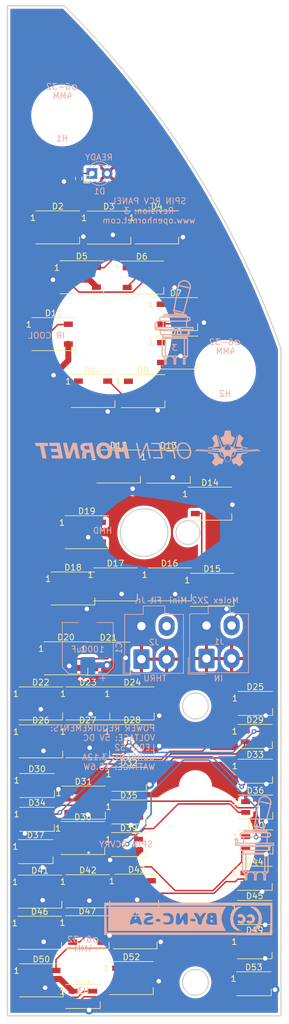
<source format=kicad_pcb>
(kicad_pcb (version 20211014) (generator pcbnew)
  (title_block (title "SPIN RCV PANEL") (date "2023-04-01") (rev "3"))
  (layers (0 "F.Cu" signal) (31 "B.Cu" signal) (34 "B.Paste" user) (35 "F.Paste" user) (36 "B.SilkS" user "B.Silkscreen") (37 "F.SilkS" user "F.Silkscreen") (38 "B.Mask" user) (39 "F.Mask" user) (44 "Edge.Cuts" user))
  (net 0 "")
  (net 1 "/LEDGND")
  (net 2 "/LED+5V")
  (net 3 "Net-(D1-Pad1)")
  (net 4 "Net-(D2-Pad2)")
  (net 5 "/DATAIN")
  (net 6 "Net-(D3-Pad2)")
  (net 7 "Net-(D4-Pad2)")
  (net 8 "Net-(D5-Pad2)")
  (net 9 "Net-(D6-Pad2)")
  (net 10 "Net-(D7-Pad2)")
  (net 11 "Net-(D8-Pad2)")
  (net 12 "Net-(D10-Pad4)")
  (net 13 "Net-(D10-Pad2)")
  (net 14 "Net-(D11-Pad2)")
  (net 15 "Net-(D12-Pad2)")
  (net 16 "Net-(D14-Pad2)")
  (net 17 "Net-(D15-Pad2)")
  (net 18 "Net-(D16-Pad2)")
  (net 19 "Net-(D17-Pad2)")
  (net 20 "Net-(D18-Pad2)")
  (net 21 "Net-(D19-Pad2)")
  (net 22 "Net-(D20-Pad2)")
  (net 23 "Net-(D21-Pad2)")
  (net 24 "Net-(D22-Pad2)")
  (net 25 "Net-(D23-Pad2)")
  (net 26 "Net-(D24-Pad2)")
  (net 27 "Net-(D26-Pad2)")
  (net 28 "Net-(D27-Pad2)")
  (net 29 "Net-(D28-Pad2)")
  (net 30 "Net-(D29-Pad2)")
  (net 31 "Net-(D30-Pad2)")
  (net 32 "Net-(D31-Pad2)")
  (net 33 "Net-(D32-Pad2)")
  (net 34 "Net-(D33-Pad2)")
  (net 35 "Net-(D34-Pad2)")
  (net 36 "Net-(D35-Pad2)")
  (net 37 "Net-(D36-Pad2)")
  (net 38 "/DATAOUT")
  (net 39 "Net-(D38-Pad2)")
  (net 40 "Net-(D39-Pad2)")
  (net 41 "Net-(D40-Pad2)")
  (net 42 "Net-(D41-Pad2)")
  (net 43 "Net-(D42-Pad2)")
  (net 44 "Net-(D43-Pad2)")
  (net 45 "Net-(D44-Pad2)")
  (net 46 "Net-(D45-Pad2)")
  (net 47 "Net-(D46-Pad2)")
  (net 48 "Net-(D47-Pad2)")
  (net 49 "Net-(D48-Pad2)")
  (net 50 "Net-(D50-Pad2)")
  (net 51 "Net-(D51-Pad2)")
  (net 52 "Net-(D52-Pad2)")
  (net 53 "Net-(D53-Pad2)")
  (net 54 "Net-(D13-Pad2)")
  (net 55 "Net-(D25-Pad2)")
  (net 56 "Net-(D37-Pad2)")
  (net 57 "Net-(D49-Pad2)")
  (footprint "OH_Footprints:LED_WS2812B_PLCC4_5.0x5.0mm_P3.2mm" (layer "F.Cu") (at 107.773537 57.981968)
    (fp_text reference "D2")
    (fp_text value "WS2812B")
  )
  (footprint "OH_Footprints:LED_WS2812B_PLCC4_5.0x5.0mm_P3.2mm" (layer "F.Cu") (at 116.333537 58.007768)
    (fp_text reference "D3")
    (fp_text value "WS2812B")
  )
  (footprint "OH_Footprints:LED_WS2812B_PLCC4_5.0x5.0mm_P3.2mm" (layer "F.Cu") (at 124.311537 57.982368)
    (fp_text reference "D4")
    (fp_text value "WS2812B")
  )
  (footprint "OH_Footprints:LED_WS2812B_PLCC4_5.0x5.0mm_P3.2mm" (layer "F.Cu") (at 111.788537 66.287768)
    (fp_text reference "D5")
    (fp_text value "WS2812B")
  )
  (footprint "OH_Footprints:LED_WS2812B_PLCC4_5.0x5.0mm_P3.2mm" (layer "F.Cu") (at 121.821537 66.338968)
    (fp_text reference "D6")
    (fp_text value "WS2812B")
  )
  (footprint "OH_Footprints:LED_WS2812B_PLCC4_5.0x5.0mm_P3.2mm" (layer "F.Cu") (at 127.497537 72.434768)
    (fp_text reference "D7")
    (fp_text value "WS2812B")
  )
  (footprint "OH_Footprints:LED_WS2812B_PLCC4_5.0x5.0mm_P3.2mm" (layer "F.Cu") (at 127.560537 78.835768)
    (fp_text reference "D8")
    (fp_text value "WS2812B")
  )
  (footprint "OH_Footprints:LED_WS2812B_PLCC4_5.0x5.0mm_P3.2mm" (layer "F.Cu") (at 122.025537 85.261968)
    (fp_text reference "D9")
    (fp_text value "WS2812B")
  )
  (footprint "OH_Footprints:LED_WS2812B_PLCC4_5.0x5.0mm_P3.2mm" (layer "F.Cu") (at 113.666537 85.236168)
    (fp_text reference "D10")
    (fp_text value "WS2812B")
  )
  (footprint "OH_Footprints:LED_WS2812B_PLCC4_5.0x5.0mm_P3.2mm" (layer "F.Cu") (at 107.089537 75.761968)
    (fp_text reference "D11")
    (fp_text value "WS2812B")
  )
  (footprint "OH_Footprints:LED_WS2812B_PLCC4_5.0x5.0mm_P3.2mm" (layer "F.Cu") (at 117.935537 97.809168)
    (fp_text reference "D12")
    (fp_text value "WS2812B")
  )
  (footprint "OH_Footprints:LED_WS2812B_PLCC4_5.0x5.0mm_P3.2mm" (layer "F.Cu") (at 126.266537 97.834568)
    (fp_text reference "D13")
    (fp_text value "WS2812B")
  )
  (footprint "OH_Footprints:LED_WS2812B_PLCC4_5.0x5.0mm_P3.2mm" (layer "F.Cu") (at 133.201537 104.006768)
    (fp_text reference "D14")
    (fp_text value "WS2812B")
  )
  (footprint "OH_Footprints:LED_WS2812B_PLCC4_5.0x5.0mm_P3.2mm" (layer "F.Cu") (at 133.556537 118.357768)
    (fp_text reference "D15")
    (fp_text value "WS2812B")
  )
  (footprint "OH_Footprints:LED_WS2812B_PLCC4_5.0x5.0mm_P3.2mm" (layer "F.Cu") (at 126.452537 117.452168)
    (fp_text reference "D16")
    (fp_text value "WS2812B")
  )
  (footprint "OH_Footprints:LED_WS2812B_PLCC4_5.0x5.0mm_P3.2mm" (layer "F.Cu") (at 117.412537 117.452168)
    (fp_text reference "D17")
    (fp_text value "WS2812B")
  )
  (footprint "OH_Footprints:LED_WS2812B_PLCC4_5.0x5.0mm_P3.2mm" (layer "F.Cu") (at 110.315537 118.129168)
    (fp_text reference "D18")
    (fp_text value "WS2812B")
  )
  (footprint "OH_Footprints:LED_WS2812B_PLCC4_5.0x5.0mm_P3.2mm" (layer "F.Cu") (at 112.624537 108.756568)
    (fp_text reference "D19")
    (fp_text value "WS2812B")
  )
  (footprint "OH_Footprints:LED_WS2812B_PLCC4_5.0x5.0mm_P3.2mm" (layer "F.Cu") (at 109.147537 129.762168)
    (fp_text reference "D20")
    (fp_text value "WS2812B")
  )
  (footprint "OH_Footprints:LED_WS2812B_PLCC4_5.0x5.0mm_P3.2mm" (layer "F.Cu") (at 116.233537 129.813168)
    (fp_text reference "D21")
    (fp_text value "WS2812B")
  )
  (footprint "OH_Footprints:LED_WS2812B_PLCC4_5.0x5.0mm_P3.2mm" (layer "F.Cu") (at 104.930537 137.281168)
    (fp_text reference "D22")
    (fp_text value "WS2812B")
  )
  (footprint "OH_Footprints:LED_WS2812B_PLCC4_5.0x5.0mm_P3.2mm" (layer "F.Cu") (at 112.816537 137.281168)
    (fp_text reference "D23")
    (fp_text value "WS2812B")
  )
  (footprint "OH_Footprints:LED_WS2812B_PLCC4_5.0x5.0mm_P3.2mm" (layer "F.Cu") (at 120.221537 137.281168)
    (fp_text reference "D24")
    (fp_text value "WS2812B")
  )
  (footprint "OH_Footprints:LED_WS2812B-MINI_PLCC4_3.5x3.5mm_P1.75mm" (layer "F.Cu") (at 140.772537 137.277168)
    (fp_text reference "D25")
    (fp_text value "WS2812B")
  )
  (footprint "OH_Footprints:LED_WS2812B_PLCC4_5.0x5.0mm_P3.2mm" (layer "F.Cu") (at 104.956537 143.605168)
    (fp_text reference "D26")
    (fp_text value "WS2812B")
  )
  (footprint "OH_Footprints:LED_WS2812B_PLCC4_5.0x5.0mm_P3.2mm" (layer "F.Cu") (at 112.779537 143.580168)
    (fp_text reference "D27")
    (fp_text value "WS2812B")
  )
  (footprint "OH_Footprints:LED_WS2812B_PLCC4_5.0x5.0mm_P3.2mm" (layer "F.Cu") (at 120.196537 143.555168)
    (fp_text reference "D28")
    (fp_text value "WS2812B")
  )
  (footprint "OH_Footprints:LED_WS2812B-MINI_PLCC4_3.5x3.5mm_P1.75mm" (layer "F.Cu") (at 140.728537 142.779168)
    (fp_text reference "D29")
    (fp_text value "WS2812B")
  )
  (footprint "OH_Footprints:LED_WS2812B-MINI_PLCC4_3.5x3.5mm_P1.75mm" (layer "F.Cu") (at 104.310537 150.957168)
    (fp_text reference "D30")
    (fp_text value "WS2812B")
  )
  (footprint "OH_Footprints:LED_WS2812B_PLCC4_5.0x5.0mm_P3.2mm" (layer "F.Cu") (at 112.072537 153.802168)
    (fp_text reference "D31")
    (fp_text value "WS2812B")
  )
  (footprint "OH_Footprints:LED_WS2812B-MINI_PLCC4_3.5x3.5mm_P1.75mm" (layer "F.Cu") (at 119.677537 149.916168)
    (fp_text reference "D32")
    (fp_text value "WS2812B")
  )
  (footprint "OH_Footprints:LED_WS2812B-MINI_PLCC4_3.5x3.5mm_P1.75mm" (layer "F.Cu") (at 140.759537 148.570168)
    (fp_text reference "D33")
    (fp_text value "WS2812B")
  )
  (footprint "OH_Footprints:LED_WS2812B-MINI_PLCC4_3.5x3.5mm_P1.75mm" (layer "F.Cu") (at 104.295537 156.585168)
    (fp_text reference "D34")
    (fp_text value "WS2812B")
  )
  (footprint "OH_Footprints:LED_WS2812B-MINI_PLCC4_3.5x3.5mm_P1.75mm" (layer "F.Cu") (at 119.651537 155.352168)
    (fp_text reference "D35")
    (fp_text value "WS2812B")
  )
  (footprint "OH_Footprints:LED_WS2812B-MINI_PLCC4_3.5x3.5mm_P1.75mm" (layer "F.Cu") (at 140.809537 154.539168)
    (fp_text reference "D36")
    (fp_text value "WS2812B")
  )
  (footprint "OH_Footprints:LED_WS2812B-MINI_PLCC4_3.5x3.5mm_P1.75mm" (layer "F.Cu") (at 104.090537 161.969168)
    (fp_text reference "D37")
    (fp_text value "WS2812B")
  )
  (footprint "OH_Footprints:R_0603_1608Metric" (layer "F.Cu") (at 111.267537 49.828768 -90)
    (fp_text reference "R1")
    (fp_text value "R")
  )
  (footprint "OH_Footprints:LED_WS2812B_PLCC4_5.0x5.0mm_P3.2mm" (layer "F.Cu") (at 111.972537 159.702168)
    (fp_text reference "D38")
    (fp_text value "WS2812B")
  )
  (footprint "OH_Footprints:LED_WS2812B-MINI_PLCC4_3.5x3.5mm_P1.75mm" (layer "F.Cu") (at 119.626537 160.787168)
    (fp_text reference "D39")
    (fp_text value "WS2812B")
  )
  (footprint "OH_Footprints:LED_WS2812B-MINI_PLCC4_3.5x3.5mm_P1.75mm" (layer "F.Cu") (at 140.832537 160.344168)
    (fp_text reference "D40")
    (fp_text value "WS2812B")
  )
  (footprint "OH_Footprints:LED_WS2812B_PLCC4_5.0x5.0mm_P3.2mm" (layer "F.Cu") (at 104.803537 168.624168)
    (fp_text reference "D41")
    (fp_text value "WS2812B")
  )
  (footprint "OH_Footprints:LED_WS2812B_PLCC4_5.0x5.0mm_P3.2mm" (layer "F.Cu") (at 112.802537 168.573168)
    (fp_text reference "D42")
    (fp_text value "WS2812B")
  )
  (footprint "OH_Footprints:LED_WS2812B_PLCC4_5.0x5.0mm_P3.2mm" (layer "F.Cu") (at 120.969537 168.472168)
    (fp_text reference "D43")
    (fp_text value "WS2812B")
  )
  (footprint "OH_Footprints:LED_WS2812B-MINI_PLCC4_3.5x3.5mm_P1.75mm" (layer "F.Cu") (at 140.694537 166.414168)
    (fp_text reference "D44")
    (fp_text value "WS2812B")
  )
  (footprint "OH_Footprints:LED_WS2812B-MINI_PLCC4_3.5x3.5mm_P1.75mm" (layer "F.Cu") (at 140.680537 172.104168)
    (fp_text reference "D45")
    (fp_text value "WS2812B")
  )
  (footprint "OH_Footprints:LED_WS2812B_PLCC4_5.0x5.0mm_P3.2mm" (layer "F.Cu") (at 104.750537 175.483168)
    (fp_text reference "D46")
    (fp_text value "WS2812B")
  )
  (footprint "OH_Footprints:LED_WS2812B_PLCC4_5.0x5.0mm_P3.2mm" (layer "F.Cu") (at 112.703537 175.406168)
    (fp_text reference "D47")
    (fp_text value "WS2812B")
  )
  (footprint "OH_Footprints:LED_WS2812B_PLCC4_5.0x5.0mm_P3.2mm" (layer "F.Cu") (at 120.704537 175.406168)
    (fp_text reference "D48")
    (fp_text value "WS2812B")
  )
  (footprint "OH_Footprints:LED_WS2812B-MINI_PLCC4_3.5x3.5mm_P1.75mm" (layer "F.Cu") (at 140.668537 177.819168)
    (fp_text reference "D49")
    (fp_text value "WS2812B")
  )
  (footprint "OH_Footprints:LED_WS2812B_PLCC4_5.0x5.0mm_P3.2mm" (layer "F.Cu") (at 105.030537 183.407168)
    (fp_text reference "D50")
    (fp_text value "WS2812B")
  )
  (footprint "OH_Footprints:LED_WS2812B-MINI_PLCC4_3.5x3.5mm_P1.75mm" (layer "F.Cu") (at 111.966537 186.099168)
    (fp_text reference "D51")
    (fp_text value "WS2812B")
  )
  (footprint "OH_Footprints:LED_WS2812B_PLCC4_5.0x5.0mm_P3.2mm" (layer "F.Cu") (at 120.069537 183.026168)
    (fp_text reference "D52")
    (fp_text value "WS2812B")
  )
  (footprint "OH_Footprints:LED_WS2812B-MINI_PLCC4_3.5x3.5mm_P1.75mm" (layer "F.Cu") (at 140.530537 183.977168)
    (fp_text reference "D53")
    (fp_text value "WS2812B")
  )
  (footprint "OH_Footprints:100SpxToggle" (layer "F.Cu") (at 127.853537 75.152568)
    (fp_text reference "G1" hide)
    (fp_text value "LOGO" hide)
  )
  (footprint "OH_Footprints:100SPX_Toggle_13mm_x_18mm" (layer "F.Cu") (at 130.77616 160.717259 180)
    (fp_text reference "REF**" hide)
    (fp_text value "100SPX_Toggle_13mm_x_18mm" hide)
  )
  (footprint "OH_Footprints:100SPX_Toggle_13mm_x_18mm" (layer "F.Cu") (at 116.80616 75.787104 180)
    (fp_text reference "REF**" hide)
    (fp_text value "100SPX_Toggle_13mm_x_18mm" hide)
  )
  (footprint "OH_Footprints:OH_Panel_6-32_PHS" (layer "F.Cu") (at 108.48766 39.338104)
    (fp_text reference "REF**" hide)
    (fp_text value "OH_Panel_Fastner_Keepout" hide)
  )
  (footprint "OH_Footprints:OH_Panel_6-32_PHS" (layer "F.Cu") (at 135.72916 81.883104)
    (fp_text reference "REF**" hide)
    (fp_text value "OH_Panel_Fastner_Keepout" hide)
  )
  (footprint "OH_Footprints:OH_Panel_6-32_PHS" (layer "F.Cu") (at 112.04366 181.387604)
    (fp_text reference "REF**" hide)
    (fp_text value "OH_Panel_Fastner_Keepout" hide)
  )
  (footprint "OH_Footprints:100SP1_Toggle_Silkscreen" (layer "F.Cu") (at 141.297537 161.077168)
    (fp_text reference "G***" hide)
    (fp_text value "100SP1 Toggle" hide)
  )
  (footprint "OH_Footprints:CP_Elec_8x10" (layer "B.Cu") (at 112.791537 128.061168 90)
    (fp_text reference "C1")
    (fp_text value "C_Polarized")
  )
  (footprint "OH_Footprints:LED_D3.0mm" (layer "B.Cu") (at 113.476537 49.002168)
    (fp_text reference "D1")
    (fp_text value "LED")
  )
  (footprint "OH_Footprints:Molex_Mini-Fit_Jr_5566-04A_2x02_P4.20mm_Vertical" (layer "B.Cu") (at 132.622537 129.802168)
    (fp_text reference "J1")
    (fp_text value "Conn_01x04_Female")
  )
  (footprint "OH_Footprints:Molex_Mini-Fit_Jr_5566-04A_2x02_P4.20mm_Vertical" (layer "B.Cu") (at 121.757537 129.902168)
    (fp_text reference "J2")
    (fp_text value "Conn_01x04_Female")
  )
  (footprint "OH_Footprints:CC-BY-NC-SA-Small" (layer "B.Cu") (at 129.672537 173.152168 180)
    (fp_text reference "G***" hide)
    (fp_text value "LOGO" hide)
  )
  (footprint "OH_Footprints:OH_LOGO_37.7mm_5.9mm" (layer "B.Cu") (at 122.822537 94.802168 180)
    (fp_text reference "G***" hide)
    (fp_text value "LOGO" hide)
  )
  (gr_circle (center 122.20366 108.807104) (end 126.17241 108.807104) (layer "Edge.Cuts") (width 0.2) (fill none))
  (gr_arc (start 108.86866 21.050104) (mid 130.177183 47.591457) (end 145.06366 78.200105) (layer "Edge.Cuts") (width 0.2))
  (gr_line (start 99.34366 21.050104) (end 99.34366 189.325104) (layer "Edge.Cuts") (width 0.2))
  (gr_circle (center 129.504777 108.807104) (end 131.489152 108.807104) (layer "Edge.Cuts") (width 0.2) (fill none))
  (gr_circle (center 130.77616 183.742358) (end 132.92881 183.742358) (layer "Edge.Cuts") (width 0.2) (fill none))
  (gr_line (start 108.86866 21.050104) (end 99.34366 21.050104) (layer "Edge.Cuts") (width 0.2))
  (gr_circle (center 130.77616 137.717559) (end 132.92881 137.717559) (layer "Edge.Cuts") (width 0.2) (fill none))
  (gr_line (start 99.34366 189.325104) (end 145.06366 189.325104) (layer "Edge.Cuts") (width 0.2))
  (gr_line (start 145.06366 189.325104) (end 145.06366 78.200104) (layer "Edge.Cuts") (width 0.2))
  (gr_text "3" (at 127.294537 78.022768) (layer "B.SilkS") (effects (font (size 1 1)) (justify mirror)))
  (gr_text "HMD" (at 115.254937 108.477368) (layer "B.SilkS") (effects (font (size 1 1)) (justify mirror)))
  (gr_text "THRU" (at 124.022537 133.102168) (layer "B.SilkS") (effects (font (size 1 1)) (justify mirror)))
  (gr_text "READY" (at 114.645337 46.302168) (layer "B.SilkS") (effects (font (size 1 1)) (justify mirror)))
  (gr_text "SPIN RCVRY" (at 119.166537 160.750568) (layer "B.SilkS") (effects (font (size 1 1)) (justify mirror)))
  (gr_text "POWER REQUIREMENTS:\nVOLTAGE: 5V DC\nLEDS: 52\nCURRENT: 3.12A\nWATTAGE: 15.6W" (at 124.144937 144.621568) (layer "B.SilkS") (effects (font (size 1 1)) (justify left mirror)))
  (gr_text "Molex 2X2 Mini-Fit Jr." (at 129.322537 120.102168) (layer "B.SilkS") (effects (font (size 1 1)) (justify mirror)))
  (gr_text "1000uF" (at 112.791137 128.263968) (layer "B.SilkS") (effects (font (size 1 1)) (justify mirror)))
  (gr_text "IN" (at 134.622537 133.102168) (layer "B.SilkS") (effects (font (size 1 1)) (justify mirror)))
  (gr_text "SPIN RCV PANEL\nRevision: 3\nwww.openhornet.com" (at 123.001937 55.202168) (layer "B.SilkS") (effects (font (size 1 1)) (justify mirror)))
  (gr_text "IR COOL" (at 105.907737 75.990768) (layer "B.SilkS") (effects (font (size 1 1)) (justify mirror)))
  (segment (start 142.559537 156.965168) (end 142.559537 156.965168) (width 1) (layer "F.Cu") (net 1))
  (segment (start 142.622537 150.702168) (end 142.509537 150.589168) (width 1) (layer "F.Cu") (net 1))
  (segment (start 142.622537 144.902168) (end 142.478537 144.758168) (width 1) (layer "F.Cu") (net 1))
  (segment (start 142.522537 139.302168) (end 142.522537 139.302168) (width 1) (layer "F.Cu") (net 1))
  (segment (start 102.272537 158.952168) (end 102.272537 158.952168) (width 1) (layer "F.Cu") (net 1))
  (segment (start 112.922537 162.133906) (end 112.922537 162.133906) (width 1) (layer "F.Cu") (net 1))
  (segment (start 141.922537 168.652168) (end 141.922537 168.652168) (width 1) (layer "F.Cu") (net 1))
  (segment (start 142.422537 174.152168) (end 142.430537 174.144168) (width 1) (layer "F.Cu") (net 1))
  (segment (start 142.418537 179.748168) (end 142.418537 179.748168) (width 1) (layer "F.Cu") (net 1))
  (segment (start 142.582537 162.392168) (end 142.582537 162.492168) (width 1) (layer "F.Cu") (net 1))
  (segment (start 123.111537 150.791168) (end 123.111537 150.791168) (width 1) (layer "F.Cu") (net 1))
  (segment (start 116.122537 88.652168) (end 116.116537 88.646168) (width 1) (layer "F.Cu") (net 1))
  (segment (start 124.472537 88.452168) (end 124.475537 88.449168) (width 1) (layer "F.Cu") (net 1))
  (segment (start 116.522537 163.352168) (end 116.522537 163.352168) (width 1) (layer "F.Cu") (net 1))
  (segment (start 119.997537 157.527168) (end 119.872537 157.652168) (width 1) (layer "F.Cu") (net 1))
  (segment (start 127.272537 68.002168) (end 127.209337 67.938968) (width 1) (layer "F.Cu") (net 1))
  (segment (start 107.072537 82.602168) (end 107.072537 82.602168) (width 1) (layer "F.Cu") (net 1))
  (segment (start 106.972537 66.702168) (end 106.986938 66.687767) (width 1) (layer "F.Cu") (net 1))
  (segment (start 128.272537 79.402168) (end 128.322537 79.402168) (width 1) (layer "F.Cu") (net 1))
  (segment (start 116.422537 175.952168) (end 116.422537 175.952168) (width 1) (layer "F.Cu") (net 1))
  (segment (start 104.942537 138.246168) (end 104.942537 138.246168) (width 0.75) (layer "F.Cu") (net 1))
  (segment (start 118.442537 119.052168) (end 118.442537 119.052168) (width 1) (layer "F.Cu") (net 1))
  (segment (start 127.382537 119.072168) (end 127.402537 119.052168) (width 1) (layer "F.Cu") (net 1))
  (segment (start 113.650437 139.046968) (end 113.816237 138.881168) (width 1) (layer "F.Cu") (net 1))
  (segment (start 107.380537 138.881168) (end 107.101537 138.881168) (width 0.75) (layer "F.Cu") (net 1))
  (segment (start 142.418537 178.694168) (end 142.418537 179.748168) (width 1) (layer "F.Cu") (net 1))
  (segment (start 143.895737 184.967068) (end 143.780837 184.852168) (width 1) (layer "F.Cu") (net 1))
  (segment (start 113.754275 161.302168) (end 112.922537 162.133906) (width 1) (layer "F.Cu") (net 1))
  (segment (start 115.252537 170.173168) (end 113.802237 170.173168) (width 1) (layer "F.Cu") (net 1))
  (segment (start 142.559537 155.414168) (end 142.559537 156.965168) (width 1) (layer "F.Cu") (net 1))
  (segment (start 113.008637 188.357168) (end 113.008637 187.682068) (width 1) (layer "F.Cu") (net 1))
  (segment (start 113.753437 170.124368) (end 113.802237 170.173168) (width 1) (layer "F.Cu") (net 1))
  (segment (start 119.872537 163.352168) (end 116.522537 163.352168) (width 1) (layer "F.Cu") (net 1))
  (segment (start 109.539537 80.135168) (end 107.072537 82.602168) (width 1) (layer "F.Cu") (net 1))
  (segment (start 114.422537 161.302168) (end 113.754275 161.302168) (width 1) (layer "F.Cu") (net 1))
  (segment (start 142.582537 161.219168) (end 142.582537 162.392168) (width 1) (layer "F.Cu") (net 1))
  (segment (start 142.444537 168.130168) (end 141.922537 168.652168) (width 1) (layer "F.Cu") (net 1))
  (segment (start 142.280537 184.852168) (end 143.780837 184.852168) (width 1) (layer "F.Cu") (net 1))
  (segment (start 105.426937 176.988268) (end 105.521837 177.083168) (width 1) (layer "F.Cu") (net 1))
  (segment (start 122.519537 184.626168) (end 123.571837 184.626168) (width 1) (layer "F.Cu") (net 1))
  (segment (start 130.010537 80.435768) (end 129.356137 80.435768) (width 1) (layer "F.Cu") (net 1))
  (segment (start 105.030539 157.460168) (end 103.538539 158.952168) (width 1) (layer "F.Cu") (net 1))
  (segment (start 108.810337 50.332568) (end 110.983837 50.332568) (width 1) (layer "F.Cu") (net 1))
  (segment (start 113.263737 144.664668) (end 113.779237 145.180168) (width 1) (layer "F.Cu") (net 1))
  (segment (start 116.984137 59.218968) (end 117.333237 59.568068) (width 1) (layer "F.Cu") (net 1))
  (segment (start 124.726037 139.316468) (end 124.557137 139.316468) (width 1) (layer "F.Cu") (net 1))
  (segment (start 107.406537 145.205168) (end 105.956237 145.205168) (width 1) (layer "F.Cu") (net 1))
  (segment (start 105.577537 138.881168) (end 104.942537 138.246168) (width 0.75) (layer "F.Cu") (net 1))
  (segment (start 105.521837 177.083168) (end 107.200537 177.083168) (width 1) (layer "F.Cu") (net 1))
  (segment (start 135.966737 121.554968) (end 136.006537 121.515168) (width 1) (layer "F.Cu") (net 1))
  (segment (start 105.935037 145.183968) (end 105.956237 145.205168) (width 1) (layer "F.Cu") (net 1))
  (segment (start 111.597537 131.362168) (end 110.147237 131.362168) (width 1) (layer "F.Cu") (net 1))
  (segment (start 128.902537 119.052168) (end 127.382537 119.072168) (width 1) (layer "F.Cu") (net 1))
  (segment (start 142.430537 172.979168) (end 142.422537 174.152168) (width 1) (layer "F.Cu") (net 1))
  (segment (start 115.153537 177.006168) (end 115.368537 177.006168) (width 1) (layer "F.Cu") (net 1))
  (segment (start 105.249337 170.055268) (end 105.634337 170.055268) (width 1) (layer "F.Cu") (net 1))
  (segment (start 121.028537 169.979268) (end 121.876337 169.979268) (width 1) (layer "F.Cu") (net 1))
  (segment (start 121.401537 156.227168) (end 121.297537 156.227168) (width 1) (layer "F.Cu") (net 1))
  (segment (start 119.862537 119.052168) (end 118.442537 119.052168) (width 1) (layer "F.Cu") (net 1))
  (segment (start 116.116537 86.836168) (end 116.122537 88.652168) (width 1) (layer "F.Cu") (net 1))
  (segment (start 106.044437 185.007168) (end 105.668337 184.631068) (width 1) (layer "F.Cu") (net 1))
  (segment (start 121.876337 169.979268) (end 121.969237 170.072168) (width 1) (layer "F.Cu") (net 1))
  (segment (start 112.053537 59.519368) (end 111.736437 59.519368) (width 1) (layer "F.Cu") (net 1))
  (segment (start 128.716537 99.434568) (end 127.266237 99.434568) (width 1) (layer "F.Cu") (net 1))
  (segment (start 142.444537 167.289168) (end 142.444537 168.130168) (width 1) (layer "F.Cu") (net 1))
  (segment (start 105.840537 163.996268) (end 105.243937 164.592868) (width 1) (layer "F.Cu") (net 1))
  (segment (start 144.067037 184.967068) (end 143.895737 184.967068) (width 1) (layer "F.Cu") (net 1))
  (segment (start 112.849737 109.584968) (end 112.852637 109.584968) (width 1) (layer "F.Cu") (net 1))
  (segment (start 105.634337 170.055268) (end 105.803237 170.224168) (width 1) (layer "F.Cu") (net 1))
  (segment (start 110.223537 59.581968) (end 111.673837 59.581968) (width 1) (layer "F.Cu") (net 1))
  (segment (start 113.008637 187.682068) (end 113.716537 186.974168) (width 1) (layer "F.Cu") (net 1))
  (segment (start 124.967537 177.003768) (end 124.607237 177.003768) (width 1) (layer "F.Cu") (net 1))
  (segment (start 124.607237 177.003768) (end 124.604837 177.006168) (width 1) (layer "F.Cu") (net 1))
  (segment (start 110.983837 50.332568) (end 111.267537 50.616268) (width 1) (layer "F.Cu") (net 1))
  (segment (start 121.562537 161.662168) (end 119.872537 163.352168) (width 1) (layer "F.Cu") (net 1))
  (segment (start 113.038536 66.687767) (end 107.908136 66.687767) (width 1) (layer "F.Cu") (net 1))
  (segment (start 120.385537 99.409168) (end 120.385537 101.413068) (width 1) (layer "F.Cu") (net 1))
  (segment (start 124.271537 67.938968) (end 127.272537 68.002168) (width 1) (layer "F.Cu") (net 1))
  (segment (start 106.060537 151.832168) (end 107.560837 151.832168) (width 1) (layer "F.Cu") (net 1))
  (segment (start 137.101837 104.312668) (end 137.101837 105.606768) (width 1) (layer "F.Cu") (net 1))
  (segment (start 106.045537 157.460168) (end 105.030539 157.460168) (width 1) (layer "F.Cu") (net 1))
  (segment (start 113.259937 139.046968) (end 113.650437 139.046968) (width 1) (layer "F.Cu") (net 1))
  (segment (start 107.480537 185.007168) (end 106.044437 185.007168) (width 1) (layer "F.Cu") (net 1))
  (segment (start 103.538539 158.952168) (end 102.272537 158.952168) (width 1) (layer "F.Cu") (net 1))
  (segment (start 121.376537 161.662168) (end 121.562537 161.662168) (width 1) (layer "F.Cu") (net 1))
  (segment (start 115.368537 177.006168) (end 116.422537 175.952168) (width 1) (layer "F.Cu") (net 1))
  (segment (start 123.419537 170.072168) (end 121.969237 170.072168) (width 1) (layer "F.Cu") (net 1))
  (segment (start 118.783537 59.607768) (end 117.333237 59.607768) (width 1) (layer "F.Cu") (net 1))
  (segment (start 119.121037 129.683368) (end 119.121037 130.975668) (width 1) (layer "F.Cu") (net 1))
  (segment (start 135.651537 105.606768) (end 137.101837 105.606768) (width 1) (layer "F.Cu") (net 1))
  (segment (start 109.818837 131.033768) (end 110.147237 131.362168) (width 1) (layer "F.Cu") (net 1))
  (segment (start 126.761537 59.582368) (end 128.211837 59.582368) (width 1) (layer "F.Cu") (net 1))
  (segment (start 129.356137 80.435768) (end 128.272537 79.402168) (width 1) (layer "F.Cu") (net 1))
  (segment (start 136.006537 121.515168) (end 136.006537 119.957768) (width 1) (layer "F.Cu") (net 1))
  (segment (start 111.736437 59.519368) (end 111.673837 59.581968) (width 1) (layer "F.Cu") (net 1))
  (segment (start 112.637037 119.857668) (end 112.765537 119.729168) (width 1) (layer "F.Cu") (net 1))
  (segment (start 107.884737 151.573268) (end 107.819737 151.573268) (width 1) (layer "F.Cu") (net 1))
  (segment (start 123.571837 184.626168) (end 124.650037 183.547968) (width 1) (layer "F.Cu") (net 1))
  (segment (start 123.154537 177.006168) (end 124.604837 177.006168) (width 1) (layer "F.Cu") (net 1))
  (segment (start 128.684337 59.605068) (end 128.234537 59.605068) (width 1) (layer "F.Cu") (net 1))
  (segment (start 128.234537 59.605068) (end 128.211837 59.582368) (width 1) (layer "F.Cu") (net 1))
  (segment (start 107.253537 170.224168) (end 105.803237 170.224168) (width 1) (layer "F.Cu") (net 1))
  (segment (start 117.333237 59.568068) (end 117.333237 59.607768) (width 1) (layer "F.Cu") (net 1))
  (segment (start 124.475537 86.861968) (end 124.472537 88.452168) (width 1) (layer "F.Cu") (net 1))
  (segment (start 119.121037 130.975668) (end 118.683537 131.413168) (width 1) (layer "F.Cu") (net 1))
  (segment (start 105.384237 145.183968) (end 105.935037 145.183968) (width 1) (layer "F.Cu") (net 1))
  (segment (start 127.079137 99.621668) (end 127.266237 99.434568) (width 1) (layer "F.Cu") (net 1))
  (segment (start 142.478537 143.654168) (end 142.622537 144.902168) (width 1) (layer "F.Cu") (net 1))
  (segment (start 121.427537 150.791168) (end 123.111537 150.791168) (width 1) (layer "F.Cu") (net 1))
  (segment (start 112.852637 109.584968) (end 113.624237 110.356568) (width 1) (layer "F.Cu") (net 1))
  (segment (start 114.522537 155.402168) (end 113.165037 155.402168) (width 1) (layer "F.Cu") (net 1))
  (segment (start 112.637037 121.523268) (end 112.637037 119.857668) (width 1) (layer "F.Cu") (net 1))
  (segment (start 107.819737 151.573268) (end 107.560837 151.832168) (width 1) (layer "F.Cu") (net 1))
  (segment (start 115.229537 145.180168) (end 113.779237 145.180168) (width 1) (layer "F.Cu") (net 1))
  (segment (start 124.557137 139.316468) (end 124.121837 138.881168) (width 1) (layer "F.Cu") (net 1))
  (segment (start 115.074537 110.356568) (end 113.624237 110.356568) (width 1) (layer "F.Cu") (net 1))
  (segment (start 122.646537 145.155168) (end 123.925337 145.155168) (width 1) (layer "F.Cu") (net 1))
  (segment (start 113.098737 144.664668) (end 113.263737 144.664668) (width 1) (layer "F.Cu") (net 1))
  (segment (start 107.101537 138.881168) (end 106.974537 138.754168) (width 0.75) (layer "F.Cu") (net 1))
  (segment (start 136.956037 104.166868) (end 137.101837 104.312668) (width 1) (layer "F.Cu") (net 1))
  (segment (start 105.840537 162.844168) (end 105.840537 163.996268) (width 1) (layer "F.Cu") (net 1))
  (segment (start 142.522537 138.152168) (end 142.522537 139.302168) (width 1) (layer "F.Cu") (net 1))
  (segment (start 142.509537 149.445168) (end 142.622537 150.702168) (width 1) (layer "F.Cu") (net 1))
  (segment (start 114.238537 67.887768) (end 113.038536 66.687767) (width 1) (layer "F.Cu") (net 1))
  (segment (start 107.380537 138.881168) (end 105.577537 138.881168) (width 0.75) (layer "F.Cu") (net 1))
  (segment (start 113.049037 170.124368) (end 113.753437 170.124368) (width 1) (layer "F.Cu") (net 1))
  (segment (start 131.997137 74.034768) (end 132.190737 73.841168) (width 1) (layer "F.Cu") (net 1))
  (segment (start 109.539537 77.361968) (end 109.539537 80.135168) (width 1) (layer "F.Cu") (net 1))
  (segment (start 121.297537 156.227168) (end 119.997537 157.527168) (width 1) (layer "F.Cu") (net 1))
  (segment (start 113.165037 155.402168) (end 112.790037 155.777168) (width 1) (layer "F.Cu") (net 1))
  (segment (start 115.266537 138.881168) (end 113.816237 138.881168) (width 1) (layer "F.Cu") (net 1))
  (segment (start 122.671537 138.881168) (end 124.121837 138.881168) (width 1) (layer "F.Cu") (net 1))
  (segment (start 109.690937 131.033768) (end 109.818837 131.033768) (width 1) (layer "F.Cu") (net 1))
  (segment (start 126.998537 99.621668) (end 127.079137 99.621668) (width 1) (layer "F.Cu") (net 1))
  (segment (start 123.925337 145.155168) (end 124.713537 144.366968) (width 1) (layer "F.Cu") (net 1))
  (segment (start 120.385537 101.413068) (end 120.290437 101.508168) (width 1) (layer "F.Cu") (net 1))
  (segment (start 129.947537 74.034768) (end 131.997137 74.034768) (width 1) (layer "F.Cu") (net 1))
  (segment (start 107.908136 66.687767) (end 106.972537 66.702168) (width 1) (layer "F.Cu") (net 1))
  (via (at 142.622537 144.902168) (size 1.5) (drill 0.75) (layers "F.Cu" "B.Cu") (net 1))
  (via (at 124.650037 183.547968) (size 1.5) (drill 0.75) (layers "F.Cu" "B.Cu") (net 1))
  (via (at 113.098737 144.664668) (size 1.5) (drill 0.75) (layers "F.Cu" "B.Cu") (net 1))
  (via (at 124.967537 177.003768) (size 1.5) (drill 0.75) (layers "F.Cu" "B.Cu") (net 1))
  (via (at 142.522537 139.302168) (size 1.5) (drill 0.75) (layers "F.Cu" "B.Cu") (net 1))
  (via (at 144.067037 184.967068) (size 1.5) (drill 0.75) (layers "F.Cu" "B.Cu") (net 1))
  (via (at 112.637037 121.523268) (size 1.5) (drill 0.75) (layers "F.Cu" "B.Cu") (net 1))
  (via (at 128.272537 79.402168) (size 1.5) (drill 0.75) (layers "F.Cu" "B.Cu") (net 1))
  (via (at 118.442537 119.052168) (size 1.5) (drill 0.75) (layers "F.Cu" "B.Cu") (net 1))
  (via (at 135.966737 121.554968) (size 1.5) (drill 0.75) (layers "F.Cu" "B.Cu") (net 1))
  (via (at 141.922537 168.652168) (size 1.5) (drill 0.75) (layers "F.Cu" "B.Cu") (net 1))
  (via (at 124.472537 88.452168) (size 1.5) (drill 0.75) (layers "F.Cu" "B.Cu") (net 1))
  (via (at 123.111537 150.791168) (size 1.5) (drill 0.75) (layers "F.Cu" "B.Cu") (net 1))
  (via (at 136.956037 104.166868) (size 1.5) (drill 0.75) (layers "F.Cu" "B.Cu") (net 1))
  (via (at 105.426937 176.988268) (size 1.5) (drill 0.75) (layers "F.Cu" "B.Cu") (net 1))
  (via (at 112.922537 162.133906) (size 0.8) (drill 0.4) (layers "F.Cu" "B.Cu") (net 1))
  (via (at 116.122537 88.652168) (size 1.5) (drill 0.75) (layers "F.Cu" "B.Cu") (net 1))
  (via (at 128.684337 59.605068) (size 1.5) (drill 0.75) (layers "F.Cu" "B.Cu") (net 1))
  (via (at 119.997537 157.527168) (size 1.5) (drill 0.75) (layers "F.Cu" "B.Cu") (net 1))
  (via (at 106.972537 66.702168) (size 1.5) (drill 0.75) (layers "F.Cu" "B.Cu") (net 1))
  (via (at 126.998537 99.621668) (size 1.5) (drill 0.75) (layers "F.Cu" "B.Cu") (net 1))
  (via (at 112.053537 59.519368) (size 1.5) (drill 0.75) (layers "F.Cu" "B.Cu") (net 1))
  (via (at 107.072537 82.602168) (size 1.5) (drill 0.75) (layers "F.Cu" "B.Cu") (net 1))
  (via (at 120.290437 101.508168) (size 1.5) (drill 0.75) (layers "F.Cu" "B.Cu") (net 1))
  (via (at 142.418537 179.748168) (size 1.5) (drill 0.75) (layers "F.Cu" "B.Cu") (net 1))
  (via (at 112.790037 155.777168) (size 1.5) (drill 0.75) (layers "F.Cu" "B.Cu") (net 1))
  (via (at 108.810337 50.332568) (size 1.5) (drill 0.75) (layers "F.Cu" "B.Cu") (net 1))
  (via (at 127.272537 68.002168) (size 1.5) (drill 0.75) (layers "F.Cu" "B.Cu") (net 1))
  (via (at 107.884737 151.573268) (size 1.5) (drill 0.75) (layers "F.Cu" "B.Cu") (net 1))
  (via (at 105.384237 145.183968) (size 1.5) (drill 0.75) (layers "F.Cu" "B.Cu") (net 1))
  (via (at 121.028537 169.979268) (size 1.5) (drill 0.75) (layers "F.Cu" "B.Cu") (net 1))
  (via (at 142.582537 162.392168) (size 1.5) (drill 0.75) (layers "F.Cu" "B.Cu") (net 1))
  (via (at 105.668337 184.631068) (size 1.5) (drill 0.75) (layers "F.Cu" "B.Cu") (net 1))
  (via (at 113.008637 188.357168) (size 1.5) (drill 0.75) (layers "F.Cu" "B.Cu") (net 1))
  (via (at 119.121037 129.683368) (size 1.5) (drill 0.75) (layers "F.Cu" "B.Cu") (net 1))
  (via (at 112.849737 109.584968) (size 1.5) (drill 0.75) (layers "F.Cu" "B.Cu") (net 1))
  (via (at 105.249337 170.055268) (size 1.5) (drill 0.75) (layers "F.Cu" "B.Cu") (net 1))
  (via (at 142.622537 150.702168) (size 1.5) (drill 0.75) (layers "F.Cu" "B.Cu") (net 1))
  (via (at 132.190737 73.841168) (size 1.5) (drill 0.75) (layers "F.Cu" "B.Cu") (net 1))
  (via (at 113.049037 170.124368) (size 1.5) (drill 0.75) (layers "F.Cu" "B.Cu") (net 1))
  (via (at 113.259937 139.046968) (size 1.5) (drill 0.75) (layers "F.Cu" "B.Cu") (net 1))
  (via (at 116.984137 59.218968) (size 1.5) (drill 0.75) (layers "F.Cu" "B.Cu") (net 1))
  (via (at 142.422537 174.152168) (size 1.5) (drill 0.75) (layers "F.Cu" "B.Cu") (net 1))
  (via (at 109.690937 131.033768) (size 1.5) (drill 0.75) (layers "F.Cu" "B.Cu") (net 1))
  (via (at 124.713537 144.366968) (size 1.5) (drill 0.75) (layers "F.Cu" "B.Cu") (net 1))
  (via (at 124.726037 139.316468) (size 1.5) (drill 0.75) (layers "F.Cu" "B.Cu") (net 1))
  (via (at 116.422537 175.952168) (size 1.5) (drill 0.75) (layers "F.Cu" "B.Cu") (net 1))
  (via (at 142.559537 156.965168) (size 1.5) (drill 0.75) (layers "F.Cu" "B.Cu") (net 1))
  (via (at 104.942537 138.246168) (size 1.5) (drill 0.75) (layers "F.Cu" "B.Cu") (net 1))
  (via (at 105.243937 164.592868) (size 1.5) (drill 0.75) (layers "F.Cu" "B.Cu") (net 1))
  (via (at 116.522537 163.352168) (size 1.5) (drill 0.75) (layers "F.Cu" "B.Cu") (net 1))
  (via (at 127.382537 119.072168) (size 1.5) (drill 0.75) (layers "F.Cu" "B.Cu") (net 1))
  (via (at 102.272537 158.952168) (size 1.5) (drill 0.75) (layers "F.Cu" "B.Cu") (net 1))
  (segment (start 118.175537 154.477168) (end 120.182537 152.470168) (width 1) (layer "F.Cu") (net 2))
  (segment (start 121.861537 56.382368) (end 121.792337 56.382368) (width 1) (layer "F.Cu") (net 2))
  (segment (start 102.340537 161.094168) (end 103.100575 161.094168) (width 0.75) (layer "F.Cu") (net 2))
  (segment (start 107.375649 164.052158) (end 104.403639 167.024168) (width 0.25) (layer "F.Cu") (net 2))
  (segment (start 112.171025 164.052158) (end 107.375649 164.052158) (width 0.25) (layer "F.Cu") (net 2))
  (segment (start 110.216537 185.224168) (end 108.173436 183.181067) (width 1) (layer "F.Cu") (net 2))
  (segment (start 114.096014 162.127169) (end 112.171025 164.052158) (width 0.25) (layer "F.Cu") (net 2))
  (segment (start 109.089527 158.535178) (end 109.522537 158.102168) (width 0.75) (layer "F.Cu") (net 2))
  (segment (start 120.838647 179.736058) (end 135.414427 179.736058) (width 1) (layer "F.Cu") (net 2))
  (segment (start 103.954436 183.181067) (end 102.580537 181.807168) (width 1) (layer "F.Cu") (net 2))
  (segment (start 108.173436 183.181067) (end 103.954436 183.181067) (width 1) (layer "F.Cu") (net 2))
  (segment (start 135.414427 179.736058) (end 138.780537 183.102168) (width 1) (layer "F.Cu") (net 2))
  (segment (start 119.148537 181.426168) (end 120.838647 179.736058) (width 1) (layer "F.Cu") (net 2))
  (segment (start 105.659565 158.535178) (end 109.089527 158.535178) (width 0.75) (layer "F.Cu") (net 2))
  (segment (start 117.876537 159.912168) (end 115.661536 162.127169) (width 0.25) (layer "F.Cu") (net 2))
  (segment (start 117.901537 154.477168) (end 118.175537 154.477168) (width 1) (layer "F.Cu") (net 2))
  (segment (start 104.403639 167.024168) (end 102.353537 167.024168) (width 0.25) (layer "F.Cu") (net 2))
  (segment (start 103.100575 161.094168) (end 105.659565 158.535178) (width 0.75) (layer "F.Cu") (net 2))
  (segment (start 117.619537 181.426168) (end 119.148537 181.426168) (width 1) (layer "F.Cu") (net 2))
  (segment (start 115.661536 162.127169) (end 114.096014 162.127169) (width 0.25) (layer "F.Cu") (net 2))
  (via (at 116.008537 130.924968) (size 1.5) (drill 0.75) (layers "F.Cu" "B.Cu") (net 2))
  (segment (start 113.177737 130.924968) (end 112.791537 131.311168) (width 1) (layer "B.Cu") (net 2))
  (segment (start 116.008537 130.924968) (end 113.177737 130.924968) (width 1) (layer "B.Cu") (net 2))
  (segment (start 111.306637 49.002168) (end 111.267537 49.041268) (width 0.25) (layer "F.Cu") (net 3))
  (segment (start 113.476537 49.002168) (end 111.306637 49.002168) (width 0.25) (layer "F.Cu") (net 3))
  (segment (start 114.630338 58.444367) (end 106.461138 58.444367) (width 0.25) (layer "F.Cu") (net 4))
  (segment (start 118.783537 56.407768) (end 116.666937 56.407768) (width 0.25) (layer "F.Cu") (net 4))
  (segment (start 106.461138 58.444367) (end 105.323537 59.581968) (width 0.25) (layer "F.Cu") (net 4))
  (segment (start 116.666937 56.407768) (end 114.630338 58.444367) (width 0.25) (layer "F.Cu") (net 4))
  (segment (start 142.677338 117.447367) (end 142.677338 77.956969) (width 0.25) (layer "F.Cu") (net 5))
  (segment (start 110.223537 56.381968) (end 111.142737 56.381968) (width 0.25) (layer "F.Cu") (net 5))
  (segment (start 136.822537 123.302168) (end 142.677338 117.447367) (width 0.25) (layer "F.Cu") (net 5))
  (segment (start 135.722537 71.002168) (end 135.722537 63.352168) (width 0.25) (layer "F.Cu") (net 5))
  (segment (start 136.822537 124.302168) (end 136.822537 123.302168) (width 0.25) (layer "F.Cu") (net 5))
  (segment (start 135.722537 63.352168) (end 129.422537 57.052168) (width 0.25) (layer "F.Cu") (net 5))
  (segment (start 111.142737 56.381968) (end 113.422537 54.102168) (width 0.25) (layer "F.Cu") (net 5))
  (segment (start 142.677338 77.956969) (end 135.722537 71.002168) (width 0.25) (layer "F.Cu") (net 5))
  (segment (start 128.072537 54.102168) (end 113.422537 54.102168) (width 0.25) (layer "F.Cu") (net 5))
  (segment (start 129.422537 57.052168) (end 129.422537 55.452168) (width 0.25) (layer "F.Cu") (net 5))
  (segment (start 129.422537 55.452168) (end 128.072537 54.102168) (width 0.25) (layer "F.Cu") (net 5))
  (segment (start 117.379334 57.232769) (end 125.911136 57.232769) (width 0.25) (layer "F.Cu") (net 6))
  (segment (start 113.883537 59.607768) (end 115.004335 59.607768) (width 0.25) (layer "F.Cu") (net 6))
  (segment (start 115.004335 59.607768) (end 117.379334 57.232769) (width 0.25) (layer "F.Cu") (net 6))
  (segment (start 125.911136 57.232769) (end 126.761537 56.382368) (width 0.25) (layer "F.Cu") (net 6))
  (segment (start 120.643939 59.582368) (end 121.861537 59.582368) (width 0.25) (layer "F.Cu") (net 7))
  (segment (start 114.238537 64.687768) (end 115.538539 64.687768) (width 0.25) (layer "F.Cu") (net 7))
  (segment (start 115.538539 64.687768) (end 120.643939 59.582368) (width 0.25) (layer "F.Cu") (net 7))
  (segment (start 124.271537 64.738968) (end 124.271537 64.776168) (width 0.25) (layer "F.Cu") (net 8))
  (segment (start 110.413837 67.887768) (end 109.338537 67.887768) (width 0.25) (layer "F.Cu") (net 8))
  (segment (start 124.271537 64.776168) (end 120.283337 68.764368) (width 0.25) (layer "F.Cu") (net 8))
  (segment (start 120.283337 68.764368) (end 111.290437 68.764368) (width 0.25) (layer "F.Cu") (net 8))
  (segment (start 111.290437 68.764368) (end 110.413837 67.887768) (width 0.25) (layer "F.Cu") (net 8))
  (segment (start 119.371537 67.898368) (end 119.371537 67.938968) (width 0.25) (layer "F.Cu") (net 9))
  (segment (start 129.947537 70.834768) (end 129.947537 68.698468) (width 0.25) (layer "F.Cu") (net 9))
  (segment (start 123.356337 63.913568) (end 119.371537 67.898368) (width 0.25) (layer "F.Cu") (net 9))
  (segment (start 125.162637 63.913568) (end 123.356337 63.913568) (width 0.25) (layer "F.Cu") (net 9))
  (segment (start 129.947537 68.698468) (end 125.162637 63.913568) (width 0.25) (layer "F.Cu") (net 9))
  (segment (start 126.809537 74.034768) (end 130.010537 77.235768) (width 0.25) (layer "F.Cu") (net 10))
  (segment (start 125.047537 74.034768) (end 126.809537 74.034768) (width 0.25) (layer "F.Cu") (net 10))
  (segment (start 125.110537 80.435768) (end 125.110537 83.026968) (width 0.25) (layer "F.Cu") (net 11))
  (segment (start 125.110537 83.026968) (end 124.475537 83.661968) (width 0.25) (layer "F.Cu") (net 11))
  (segment (start 116.349737 83.636168) (end 119.575537 86.861968) (width 0.25) (layer "F.Cu") (net 12))
  (segment (start 116.116537 83.636168) (end 116.349737 83.636168) (width 0.25) (layer "F.Cu") (net 12))
  (segment (start 105.714538 83.966757) (end 105.714538 76.244169) (width 0.25) (layer "F.Cu") (net 13))
  (segment (start 108.583949 86.836168) (end 105.714538 83.966757) (width 0.25) (layer "F.Cu") (net 13))
  (segment (start 111.216537 86.836168) (end 108.583949 86.836168) (width 0.25) (layer "F.Cu") (net 13))
  (segment (start 105.714538 76.244169) (end 107.796739 74.161968) (width 0.25) (layer "F.Cu") (net 13))
  (segment (start 107.796739 74.161968) (end 109.539537 74.161968) (width 0.25) (layer "F.Cu") (net 13))
  (segment (start 117.565537 96.209168) (end 120.385537 96.209168) (width 0.25) (layer "F.Cu") (net 14))
  (segment (start 104.639537 83.528166) (end 117.320539 96.209168) (width 0.25) (layer "F.Cu") (net 14))
  (segment (start 104.639537 77.361968) (end 104.639537 83.528166) (width 0.25) (layer "F.Cu") (net 14))
  (segment (start 117.320539 96.209168) (end 117.565537 96.209168) (width 0.25) (layer "F.Cu") (net 14))
  (segment (start 118.910137 97.059868) (end 126.815937 97.059868) (width 0.25) (layer "F.Cu") (net 15))
  (segment (start 126.815937 97.059868) (end 127.641237 96.234568) (width 0.25) (layer "F.Cu") (net 15))
  (segment (start 116.560837 99.409168) (end 118.910137 97.059868) (width 0.25) (layer "F.Cu") (net 15))
  (segment (start 115.485537 99.409168) (end 116.560837 99.409168) (width 0.25) (layer "F.Cu") (net 15))
  (segment (start 128.716537 96.234568) (end 127.641237 96.234568) (width 0.25) (layer "F.Cu") (net 15))
  (segment (start 131.826837 105.606768) (end 131.826837 113.653368) (width 0.25) (layer "F.Cu") (net 16))
  (segment (start 130.751537 105.606768) (end 131.826837 105.606768) (width 0.25) (layer "F.Cu") (net 16))
  (segment (start 136.006537 116.757768) (end 134.931237 116.757768) (width 0.25) (layer "F.Cu") (net 16))
  (segment (start 131.826837 113.653368) (end 134.931237 116.757768) (width 0.25) (layer "F.Cu") (net 16))
  (segment (start 128.902537 116.602168) (end 131.106537 118.806168) (width 0.25) (layer "F.Cu") (net 17))
  (segment (start 128.902537 115.852168) (end 128.902537 116.602168) (width 0.25) (layer "F.Cu") (net 17))
  (segment (start 131.106537 118.806168) (end 131.106537 119.957768) (width 0.25) (layer "F.Cu") (net 17))
  (segment (start 120.802537 115.852168) (end 124.002537 119.052168) (width 0.25) (layer "F.Cu") (net 18))
  (segment (start 119.862537 115.852168) (end 120.802537 115.852168) (width 0.25) (layer "F.Cu") (net 18))
  (segment (start 112.765537 116.529168) (end 112.765537 116.855168) (width 0.25) (layer "F.Cu") (net 19))
  (segment (start 112.765537 116.855168) (end 114.962537 119.052168) (width 0.25) (layer "F.Cu") (net 19))
  (segment (start 108.940837 109.850168) (end 110.809137 107.981868) (width 0.25) (layer "F.Cu") (net 20))
  (segment (start 115.074537 107.156568) (end 113.999237 107.156568) (width 0.25) (layer "F.Cu") (net 20))
  (segment (start 110.809137 107.981868) (end 113.173937 107.981868) (width 0.25) (layer "F.Cu") (net 20))
  (segment (start 107.865537 118.895768) (end 108.940837 117.820468) (width 0.25) (layer "F.Cu") (net 20))
  (segment (start 108.940837 117.820468) (end 108.940837 109.850168) (width 0.25) (layer "F.Cu") (net 20))
  (segment (start 113.173937 107.981868) (end 113.999237 107.156568) (width 0.25) (layer "F.Cu") (net 20))
  (segment (start 107.865537 119.729168) (end 107.865537 118.895768) (width 0.25) (layer "F.Cu") (net 20))
  (segment (start 110.174537 126.739168) (end 111.597537 128.162168) (width 0.25) (layer "F.Cu") (net 21))
  (segment (start 110.174537 110.356568) (end 110.174537 126.739168) (width 0.25) (layer "F.Cu") (net 21))
  (segment (start 117.683537 128.213168) (end 116.046738 129.849967) (width 0.25) (layer "F.Cu") (net 22))
  (segment (start 116.046738 129.849967) (end 109.285038 129.849967) (width 0.25) (layer "F.Cu") (net 22))
  (segment (start 107.772837 131.362168) (end 106.697537 131.362168) (width 0.25) (layer "F.Cu") (net 22))
  (segment (start 109.285038 129.849967) (end 107.772837 131.362168) (width 0.25) (layer "F.Cu") (net 22))
  (segment (start 118.683537 128.213168) (end 117.683537 128.213168) (width 0.25) (layer "F.Cu") (net 22))
  (segment (start 110.340538 134.856167) (end 113.783537 131.413168) (width 0.25) (layer "F.Cu") (net 23))
  (segment (start 107.380537 135.681168) (end 108.205538 134.856167) (width 0.25) (layer "F.Cu") (net 23))
  (segment (start 108.205538 134.856167) (end 110.340538 134.856167) (width 0.25) (layer "F.Cu") (net 23))
  (segment (start 111.376538 139.706169) (end 103.305538 139.706169) (width 0.25) (layer "F.Cu") (net 24))
  (segment (start 103.305538 139.706169) (end 102.480537 138.881168) (width 0.25) (layer "F.Cu") (net 24))
  (segment (start 115.266537 135.681168) (end 114.266537 135.681168) (width 0.25) (layer "F.Cu") (net 24))
  (segment (start 111.441538 138.506167) (end 111.441538 139.641169) (width 0.25) (layer "F.Cu") (net 24))
  (segment (start 114.266537 135.681168) (end 111.441538 138.506167) (width 0.25) (layer "F.Cu") (net 24))
  (segment (start 111.441538 139.641169) (end 111.376538 139.706169) (width 0.25) (layer "F.Cu") (net 24))
  (segment (start 113.818538 134.856167) (end 116.276538 134.856167) (width 0.25) (layer "F.Cu") (net 25))
  (segment (start 110.366537 138.881168) (end 110.366537 138.308168) (width 0.25) (layer "F.Cu") (net 25))
  (segment (start 121.846536 136.506169) (end 122.671537 135.681168) (width 0.25) (layer "F.Cu") (net 25))
  (segment (start 116.696536 136.441169) (end 116.761536 136.506169) (width 0.25) (layer "F.Cu") (net 25))
  (segment (start 116.276538 134.856167) (end 116.696536 135.276165) (width 0.25) (layer "F.Cu") (net 25))
  (segment (start 116.696536 135.276165) (end 116.696536 136.441169) (width 0.25) (layer "F.Cu") (net 25))
  (segment (start 110.366537 138.308168) (end 113.818538 134.856167) (width 0.25) (layer "F.Cu") (net 25))
  (segment (start 116.761536 136.506169) (end 121.846536 136.506169) (width 0.25) (layer "F.Cu") (net 25))
  (segment (start 126.522537 143.452168) (end 132.422537 143.452168) (width 0.25) (layer "F.Cu") (net 26))
  (segment (start 122.776538 139.706169) (end 126.522537 143.452168) (width 0.25) (layer "F.Cu") (net 26))
  (segment (start 137.672538 137.402167) (end 140.672538 137.402167) (width 0.25) (layer "F.Cu") (net 26))
  (segment (start 137.672538 138.202167) (end 137.672538 137.402167) (width 0.25) (layer "F.Cu") (net 26))
  (segment (start 117.771537 138.881168) (end 118.596538 139.706169) (width 0.25) (layer "F.Cu") (net 26))
  (segment (start 141.672537 136.402168) (end 142.522537 136.402168) (width 0.25) (layer "F.Cu") (net 26))
  (segment (start 118.596538 139.706169) (end 122.776538 139.706169) (width 0.25) (layer "F.Cu") (net 26))
  (segment (start 132.422537 143.452168) (end 137.672538 138.202167) (width 0.25) (layer "F.Cu") (net 26))
  (segment (start 140.672538 137.402167) (end 141.672537 136.402168) (width 0.25) (layer "F.Cu") (net 26))
  (segment (start 103.560338 146.258969) (end 108.187738 146.258969) (width 0.25) (layer "F.Cu") (net 27))
  (segment (start 110.869534 142.805169) (end 114.404536 142.805169) (width 0.25) (layer "F.Cu") (net 27))
  (segment (start 109.254536 145.192171) (end 109.254536 144.420167) (width 0.25) (layer "F.Cu") (net 27))
  (segment (start 109.254536 144.420167) (end 110.869534 142.805169) (width 0.25) (layer "F.Cu") (net 27))
  (segment (start 108.187738 146.258969) (end 109.254536 145.192171) (width 0.25) (layer "F.Cu") (net 27))
  (segment (start 102.506537 145.205168) (end 103.560338 146.258969) (width 0.25) (layer "F.Cu") (net 27))
  (segment (start 114.404536 142.805169) (end 115.229537 141.980168) (width 0.25) (layer "F.Cu") (net 27))
  (segment (start 122.646537 141.955168) (end 122.646537 141.972368) (width 0.25) (layer "F.Cu") (net 28))
  (segment (start 118.613437 146.005468) (end 112.230137 146.005468) (width 0.25) (layer "F.Cu") (net 28))
  (segment (start 112.230137 146.005468) (end 111.404837 145.180168) (width 0.25) (layer "F.Cu") (net 28))
  (segment (start 122.646537 141.972368) (end 118.613437 146.005468) (width 0.25) (layer "F.Cu") (net 28))
  (segment (start 111.404837 145.180168) (end 110.329537 145.180168) (width 0.25) (layer "F.Cu") (net 28))
  (segment (start 141.313837 141.943568) (end 141.353237 141.904168) (width 0.25) (layer "F.Cu") (net 29))
  (segment (start 142.478537 141.904168) (end 141.353237 141.904168) (width 0.25) (layer "F.Cu") (net 29))
  (segment (start 117.746537 145.155168) (end 118.297737 145.155168) (width 0.25) (layer "F.Cu") (net 29))
  (segment (start 118.297737 145.155168) (end 119.708137 143.744768) (width 0.25) (layer "F.Cu") (net 29))
  (segment (start 140.557937 141.943568) (end 141.313837 141.943568) (width 0.25) (layer "F.Cu") (net 29))
  (via (at 140.557937 141.943568) (size 0.8) (drill 0.4) (layers "F.Cu" "B.Cu") (net 29))
  (via (at 119.708137 143.744768) (size 0.8) (drill 0.4) (layers "F.Cu" "B.Cu") (net 29))
  (segment (start 124.157735 145.402168) (end 124.197536 145.441969) (width 0.25) (layer "B.Cu") (net 29))
  (segment (start 119.708137 143.744768) (end 121.365537 145.402168) (width 0.25) (layer "B.Cu") (net 29))
  (segment (start 121.365537 145.402168) (end 124.157735 145.402168) (width 0.25) (layer "B.Cu") (net 29))
  (segment (start 137.059536 145.441969) (end 140.557937 141.943568) (width 0.25) (layer "B.Cu") (net 29))
  (segment (start 124.197536 145.441969) (end 137.059536 145.441969) (width 0.25) (layer "B.Cu") (net 29))
  (segment (start 138.978537 144.329168) (end 137.605527 145.702178) (width 0.25) (layer "F.Cu") (net 30))
  (segment (start 124.987747 147.373368) (end 108.769337 147.373368) (width 0.25) (layer "F.Cu") (net 30))
  (segment (start 108.769337 147.373368) (end 106.060537 150.082168) (width 0.25) (layer "F.Cu") (net 30))
  (segment (start 137.605527 145.702178) (end 126.658937 145.702178) (width 0.25) (layer "F.Cu") (net 30))
  (segment (start 126.658937 145.702178) (end 124.987747 147.373368) (width 0.25) (layer "F.Cu") (net 30))
  (segment (start 138.978537 143.654168) (end 138.978537 144.329168) (width 0.25) (layer "F.Cu") (net 30))
  (segment (start 104.132537 154.252168) (end 111.211427 154.252168) (width 0.25) (layer "F.Cu") (net 31))
  (segment (start 102.560537 151.832168) (end 102.560537 152.680168) (width 0.25) (layer "F.Cu") (net 31))
  (segment (start 113.261427 152.202168) (end 114.522537 152.202168) (width 0.25) (layer "F.Cu") (net 31))
  (segment (start 111.211427 154.252168) (end 113.261427 152.202168) (width 0.25) (layer "F.Cu") (net 31))
  (segment (start 102.560537 152.680168) (end 104.132537 154.252168) (width 0.25) (layer "F.Cu") (net 31))
  (segment (start 110.697837 155.402168) (end 111.523137 154.576868) (width 0.25) (layer "F.Cu") (net 32))
  (segment (start 109.622537 155.402168) (end 110.697837 155.402168) (width 0.25) (layer "F.Cu") (net 32))
  (segment (start 115.891837 154.576868) (end 121.427537 149.041168) (width 0.25) (layer "F.Cu") (net 32))
  (segment (start 111.523137 154.576868) (end 115.891837 154.576868) (width 0.25) (layer "F.Cu") (net 32))
  (segment (start 142.079537 147.695168) (end 141.079538 148.695167) (width 0.25) (layer "F.Cu") (net 33))
  (segment (start 117.927537 150.731166) (end 120.835325 147.823378) (width 0.25) (layer "F.Cu") (net 33))
  (segment (start 117.927537 150.731166) (end 117.927537 150.791168) (width 0.25) (layer "F.Cu") (net 33))
  (segment (start 142.509537 147.695168) (end 142.129537 147.695168) (width 0.25) (layer "F.Cu") (net 33))
  (segment (start 120.835325 147.823378) (end 125.651327 147.823378) (width 0.25) (layer "F.Cu") (net 33))
  (segment (start 142.509537 147.695168) (end 142.079537 147.695168) (width 0.25) (layer "F.Cu") (net 33))
  (segment (start 135.372537 146.352168) (end 137.715536 148.695167) (width 0.25) (layer "F.Cu") (net 33))
  (segment (start 141.079538 148.695167) (end 137.715536 148.695167) (width 0.25) (layer "F.Cu") (net 33))
  (segment (start 127.122537 146.352168) (end 135.372537 146.352168) (width 0.25) (layer "F.Cu") (net 33))
  (segment (start 125.651327 147.823378) (end 127.122537 146.352168) (width 0.25) (layer "F.Cu") (net 33))
  (segment (start 138.522537 151.152168) (end 138.522537 151.152168) (width 0.25) (layer "F.Cu") (net 34))
  (segment (start 139.009537 149.445168) (end 139.009537 150.665168) (width 0.25) (layer "F.Cu") (net 34))
  (segment (start 107.864537 155.710168) (end 108.122537 155.452168) (width 0.25) (layer "F.Cu") (net 34))
  (segment (start 139.009537 150.665168) (end 138.522537 151.152168) (width 0.25) (layer "F.Cu") (net 34))
  (segment (start 106.045537 155.710168) (end 107.864537 155.710168) (width 0.25) (layer "F.Cu") (net 34))
  (via (at 138.522537 151.152168) (size 0.8) (drill 0.4) (layers "F.Cu" "B.Cu") (net 34))
  (via (at 108.122537 155.452168) (size 0.8) (drill 0.4) (layers "F.Cu" "B.Cu") (net 34))
  (segment (start 108.122537 155.452168) (end 108.122537 155.452168) (width 0.25) (layer "B.Cu") (net 34))
  (segment (start 117.422537 146.152168) (end 133.522537 146.152168) (width 0.25) (layer "B.Cu") (net 34))
  (segment (start 108.122537 155.452168) (end 117.422537 146.152168) (width 0.25) (layer "B.Cu") (net 34))
  (segment (start 133.522537 146.152168) (end 138.522537 151.152168) (width 0.25) (layer "B.Cu") (net 34))
  (segment (start 104.297337 156.626968) (end 111.331837 156.626968) (width 0.25) (layer "F.Cu") (net 35))
  (segment (start 111.682437 156.977568) (end 118.929737 156.977568) (width 0.25) (layer "F.Cu") (net 35))
  (segment (start 102.545537 157.460168) (end 103.464137 157.460168) (width 0.25) (layer "F.Cu") (net 35))
  (segment (start 103.464137 157.460168) (end 104.297337 156.626968) (width 0.25) (layer "F.Cu") (net 35))
  (segment (start 118.929737 156.977568) (end 121.401537 154.505768) (width 0.25) (layer "F.Cu") (net 35))
  (segment (start 121.401537 154.505768) (end 121.401537 154.477168) (width 0.25) (layer "F.Cu") (net 35))
  (segment (start 111.331837 156.626968) (end 111.682437 156.977568) (width 0.25) (layer "F.Cu") (net 35))
  (segment (start 136.721537 153.565058) (end 120.563647 153.565058) (width 0.25) (layer "F.Cu") (net 36))
  (segment (start 141.509537 153.664168) (end 140.509538 154.664167) (width 0.25) (layer "F.Cu") (net 36))
  (segment (start 137.820646 154.664167) (end 136.721537 153.565058) (width 0.25) (layer "F.Cu") (net 36))
  (segment (start 120.563647 153.565058) (end 117.901537 156.227168) (width 0.25) (layer "F.Cu") (net 36))
  (segment (start 142.559537 153.664168) (end 141.509537 153.664168) (width 0.25) (layer "F.Cu") (net 36))
  (segment (start 140.509538 154.664167) (end 137.820646 154.664167) (width 0.25) (layer "F.Cu") (net 36))
  (segment (start 108.787535 160.202168) (end 113.051125 160.202168) (width 0.25) (layer "F.Cu") (net 37))
  (segment (start 121.682526 158.712157) (end 122.257513 158.13717) (width 0.25) (layer "F.Cu") (net 37))
  (segment (start 137.934237 155.414168) (end 139.059537 155.414168) (width 0.25) (layer "F.Cu") (net 37))
  (segment (start 123.786135 158.13717) (end 127.908237 154.015068) (width 0.25) (layer "F.Cu") (net 37))
  (segment (start 116.630136 158.712157) (end 121.682526 158.712157) (width 0.25) (layer "F.Cu") (net 37))
  (segment (start 127.908237 154.015068) (end 136.535137 154.015068) (width 0.25) (layer "F.Cu") (net 37))
  (segment (start 105.840537 161.094168) (end 107.895535 161.094168) (width 0.25) (layer "F.Cu") (net 37))
  (segment (start 113.051125 160.202168) (end 114.151125 159.102168) (width 0.25) (layer "F.Cu") (net 37))
  (segment (start 122.257513 158.13717) (end 123.786135 158.13717) (width 0.25) (layer "F.Cu") (net 37))
  (segment (start 107.895535 161.094168) (end 108.787535 160.202168) (width 0.25) (layer "F.Cu") (net 37))
  (segment (start 116.240125 159.102168) (end 116.630136 158.712157) (width 0.25) (layer "F.Cu") (net 37))
  (segment (start 136.535137 154.015068) (end 137.934237 155.414168) (width 0.25) (layer "F.Cu") (net 37))
  (segment (start 114.151125 159.102168) (end 116.240125 159.102168) (width 0.25) (layer "F.Cu") (net 37))
  (segment (start 113.237527 160.652176) (end 114.337535 159.552168) (width 0.25) (layer "F.Cu") (net 39))
  (segment (start 110.372529 160.652176) (end 113.237527 160.652176) (width 0.25) (layer "F.Cu") (net 39))
  (segment (start 120.626536 159.162167) (end 121.376537 159.912168) (width 0.25) (layer "F.Cu") (net 39))
  (segment (start 109.522537 161.302168) (end 109.722537 161.302168) (width 0.25) (layer "F.Cu") (net 39))
  (segment (start 116.816536 159.162167) (end 120.626536 159.162167) (width 0.25) (layer "F.Cu") (net 39))
  (segment (start 109.722537 161.302168) (end 110.372529 160.652176) (width 0.25) (layer "F.Cu") (net 39))
  (segment (start 116.426535 159.552168) (end 116.816536 159.162167) (width 0.25) (layer "F.Cu") (net 39))
  (segment (start 114.337535 159.552168) (end 116.426535 159.552168) (width 0.25) (layer "F.Cu") (net 39))
  (segment (start 119.372537 160.702168) (end 119.372537 160.702168) (width 0.25) (layer "F.Cu") (net 40))
  (segment (start 140.922537 159.552168) (end 141.005537 159.469168) (width 0.25) (layer "F.Cu") (net 40))
  (segment (start 119.372537 160.702168) (end 119.372537 160.702168) (width 0.25) (layer "F.Cu") (net 40))
  (segment (start 119.072537 160.702168) (end 119.372537 160.702168) (width 0.25) (layer "F.Cu") (net 40))
  (segment (start 142.582537 159.469168) (end 140.922537 159.552168) (width 0.25) (layer "F.Cu") (net 40))
  (segment (start 117.876537 161.662168) (end 118.162237 161.662168) (width 0.25) (layer "F.Cu") (net 40))
  (segment (start 117.876537 161.662168) (end 118.112537 161.662168) (width 0.25) (layer "F.Cu") (net 40))
  (segment (start 118.872537 160.902168) (end 119.072537 160.702168) (width 0.25) (layer "F.Cu") (net 40))
  (segment (start 118.112537 161.662168) (end 118.872537 160.902168) (width 0.25) (layer "F.Cu") (net 40))
  (via (at 119.372537 160.702168) (size 0.8) (drill 0.4) (layers "F.Cu" "B.Cu") (net 40))
  (via (at 140.922537 159.552168) (size 0.8) (drill 0.4) (layers "F.Cu" "B.Cu") (net 40))
  (segment (start 123.372537 152.12117) (end 123.372537 155.74317) (width 0.25) (layer "B.Cu") (net 40))
  (segment (start 140.922537 154.602168) (end 133.022537 146.702168) (width 0.25) (layer "B.Cu") (net 40))
  (segment (start 140.922537 159.552168) (end 140.922537 154.602168) (width 0.25) (layer "B.Cu") (net 40))
  (segment (start 122.513539 157.561166) (end 119.372537 160.702168) (width 0.25) (layer "B.Cu") (net 40))
  (segment (start 133.022537 146.702168) (end 128.791539 146.702168) (width 0.25) (layer "B.Cu") (net 40))
  (segment (start 123.372537 155.74317) (end 122.513539 156.602168) (width 0.25) (layer "B.Cu") (net 40))
  (segment (start 122.513539 156.602168) (end 122.513539 157.561166) (width 0.25) (layer "B.Cu") (net 40))
  (segment (start 128.791539 146.702168) (end 123.372537 152.12117) (width 0.25) (layer "B.Cu") (net 40))
  (segment (start 107.253537 167.024168) (end 107.253537 166.771168) (width 0.25) (layer "F.Cu") (net 41))
  (segment (start 138.518527 161.783178) (end 139.082537 161.219168) (width 0.25) (layer "F.Cu") (net 41))
  (segment (start 133.718527 168.452168) (end 138.518527 163.652168) (width 0.25) (layer "F.Cu") (net 41))
  (segment (start 127.372537 168.452168) (end 133.718527 168.452168) (width 0.25) (layer "F.Cu") (net 41))
  (segment (start 109.522537 164.502168) (end 123.422537 164.502168) (width 0.25) (layer "F.Cu") (net 41))
  (segment (start 138.518527 163.652168) (end 138.518527 161.783178) (width 0.25) (layer "F.Cu") (net 41))
  (segment (start 107.253537 166.771168) (end 109.522537 164.502168) (width 0.25) (layer "F.Cu") (net 41))
  (segment (start 123.422537 164.502168) (end 127.372537 168.452168) (width 0.25) (layer "F.Cu") (net 41))
  (segment (start 108.294436 171.130269) (end 109.277536 170.147169) (width 0.25) (layer "F.Cu") (net 42))
  (segment (start 103.259638 171.130269) (end 108.294436 171.130269) (width 0.25) (layer "F.Cu") (net 42))
  (segment (start 109.277536 169.413167) (end 109.388535 169.302168) (width 0.25) (layer "F.Cu") (net 42))
  (segment (start 111.662427 169.302168) (end 112.618237 168.346358) (width 0.25) (layer "F.Cu") (net 42))
  (segment (start 102.353537 170.224168) (end 103.259638 171.130269) (width 0.25) (layer "F.Cu") (net 42))
  (segment (start 113.879347 168.346358) (end 115.252537 166.973168) (width 0.25) (layer "F.Cu") (net 42))
  (segment (start 109.277536 170.147169) (end 109.277536 169.413167) (width 0.25) (layer "F.Cu") (net 42))
  (segment (start 109.388535 169.302168) (end 111.662427 169.302168) (width 0.25) (layer "F.Cu") (net 42))
  (segment (start 112.618237 168.346358) (end 113.879347 168.346358) (width 0.25) (layer "F.Cu") (net 42))
  (segment (start 123.419537 166.872168) (end 122.344237 166.872168) (width 0.25) (layer "F.Cu") (net 43))
  (segment (start 121.978037 166.872168) (end 120.053837 168.796368) (width 0.25) (layer "F.Cu") (net 43))
  (segment (start 120.053837 168.796368) (end 112.804637 168.796368) (width 0.25) (layer "F.Cu") (net 43))
  (segment (start 110.352537 170.173168) (end 111.427837 170.173168) (width 0.25) (layer "F.Cu") (net 43))
  (segment (start 122.344237 166.872168) (end 121.978037 166.872168) (width 0.25) (layer "F.Cu") (net 43))
  (segment (start 112.804637 168.796368) (end 111.427837 170.173168) (width 0.25) (layer "F.Cu") (net 43))
  (segment (start 140.635537 165.539168) (end 139.635538 166.539167) (width 0.25) (layer "F.Cu") (net 44))
  (segment (start 137.884536 166.539167) (end 137.455335 166.968368) (width 0.25) (layer "F.Cu") (net 44))
  (segment (start 137.455335 166.968368) (end 135.838737 166.968368) (width 0.25) (layer "F.Cu") (net 44))
  (segment (start 133.903137 168.903968) (end 135.838737 166.968368) (width 0.25) (layer "F.Cu") (net 44))
  (segment (start 119.414937 170.072168) (end 120.583137 168.903968) (width 0.25) (layer "F.Cu") (net 44))
  (segment (start 120.583137 168.903968) (end 133.903137 168.903968) (width 0.25) (layer "F.Cu") (net 44))
  (segment (start 118.519537 170.072168) (end 119.414937 170.072168) (width 0.25) (layer "F.Cu") (net 44))
  (segment (start 139.635538 166.539167) (end 137.884536 166.539167) (width 0.25) (layer "F.Cu") (net 44))
  (segment (start 142.444537 165.539168) (end 140.635537 165.539168) (width 0.25) (layer "F.Cu") (net 44))
  (segment (start 138.944537 167.743168) (end 142.430537 171.229168) (width 0.25) (layer "F.Cu") (net 45))
  (segment (start 138.944537 167.289168) (end 138.944537 167.743168) (width 0.25) (layer "F.Cu") (net 45))
  (segment (start 138.870535 172.979168) (end 138.930537 172.979168) (width 0.25) (layer "F.Cu") (net 46))
  (segment (start 110.749427 171.580279) (end 111.130337 171.199369) (width 0.25) (layer "F.Cu") (net 46))
  (segment (start 137.125336 171.199369) (end 137.125336 171.233969) (width 0.25) (layer "F.Cu") (net 46))
  (segment (start 107.200537 173.883168) (end 107.200537 172.624168) (width 0.25) (layer "F.Cu") (net 46))
  (segment (start 111.130337 171.199369) (end 137.125336 171.199369) (width 0.25) (layer "F.Cu") (net 46))
  (segment (start 107.200537 172.624168) (end 108.244426 171.580279) (width 0.25) (layer "F.Cu") (net 46))
  (segment (start 137.125336 171.233969) (end 138.870535 172.979168) (width 0.25) (layer "F.Cu") (net 46))
  (segment (start 108.244426 171.580279) (end 110.749427 171.580279) (width 0.25) (layer "F.Cu") (net 46))
  (segment (start 103.280638 178.063269) (end 108.055438 178.063269) (width 0.25) (layer "F.Cu") (net 47))
  (segment (start 102.300537 177.083168) (end 103.280638 178.063269) (width 0.25) (layer "F.Cu") (net 47))
  (segment (start 109.178536 176.246167) (end 109.694335 175.730368) (width 0.25) (layer "F.Cu") (net 47))
  (segment (start 114.007637 173.806168) (end 114.078237 173.806168) (width 0.25) (layer "F.Cu") (net 47))
  (segment (start 112.083437 175.730368) (end 114.007637 173.806168) (width 0.25) (layer "F.Cu") (net 47))
  (segment (start 109.178536 176.940171) (end 109.178536 176.246167) (width 0.25) (layer "F.Cu") (net 47))
  (segment (start 114.078237 173.806168) (end 115.153537 173.806168) (width 0.25) (layer "F.Cu") (net 47))
  (segment (start 108.055438 178.063269) (end 109.178536 176.940171) (width 0.25) (layer "F.Cu") (net 47))
  (segment (start 109.694335 175.730368) (end 112.083437 175.730368) (width 0.25) (layer "F.Cu") (net 47))
  (segment (start 123.154537 173.806168) (end 122.079237 173.806168) (width 0.25) (layer "F.Cu") (net 48))
  (segment (start 110.253537 177.006168) (end 111.444537 177.006168) (width 0.25) (layer "F.Cu") (net 48))
  (segment (start 121.030537 174.854868) (end 122.079237 173.806168) (width 0.25) (layer "F.Cu") (net 48))
  (segment (start 113.595837 174.854868) (end 121.030537 174.854868) (width 0.25) (layer "F.Cu") (net 48))
  (segment (start 111.444537 177.006168) (end 113.595837 174.854868) (width 0.25) (layer "F.Cu") (net 48))
  (segment (start 119.327138 178.078769) (end 137.723934 178.078769) (width 0.25) (layer "F.Cu") (net 49))
  (segment (start 141.330537 176.944168) (end 140.330538 177.944167) (width 0.25) (layer "F.Cu") (net 49))
  (segment (start 118.254537 177.006168) (end 119.327138 178.078769) (width 0.25) (layer "F.Cu") (net 49))
  (segment (start 137.858536 177.944167) (end 140.330538 177.944167) (width 0.25) (layer "F.Cu") (net 49))
  (segment (start 142.418537 176.944168) (end 141.330537 176.944168) (width 0.25) (layer "F.Cu") (net 49))
  (segment (start 137.723934 178.078769) (end 137.858536 177.944167) (width 0.25) (layer "F.Cu") (net 49))
  (segment (start 111.122537 186.224167) (end 104.872836 186.224167) (width 0.25) (layer "F.Cu") (net 50))
  (segment (start 112.122536 185.224168) (end 111.122537 186.224167) (width 0.25) (layer "F.Cu") (net 50))
  (segment (start 104.872836 186.224167) (end 103.655837 185.007168) (width 0.25) (layer "F.Cu") (net 50))
  (segment (start 103.655837 185.007168) (end 102.580537 185.007168) (width 0.25) (layer "F.Cu") (net 50))
  (segment (start 113.716537 185.224168) (end 112.122536 185.224168) (width 0.25) (layer "F.Cu") (net 50))
  (segment (start 122.519537 181.426168) (end 122.519537 181.451368) (width 0.25) (layer "F.Cu") (net 51))
  (segment (start 117.822037 186.148868) (end 112.167137 186.148868) (width 0.25) (layer "F.Cu") (net 51))
  (segment (start 112.167137 186.148868) (end 111.341837 186.974168) (width 0.25) (layer "F.Cu") (net 51))
  (segment (start 111.341837 186.974168) (end 110.216537 186.974168) (width 0.25) (layer "F.Cu") (net 51))
  (segment (start 122.519537 181.451368) (end 117.822037 186.148868) (width 0.25) (layer "F.Cu") (net 51))
  (segment (start 134.113637 180.561068) (end 121.649137 180.561068) (width 0.25) (layer "F.Cu") (net 52))
  (segment (start 137.654736 184.102167) (end 134.113637 180.561068) (width 0.25) (layer "F.Cu") (net 52))
  (segment (start 142.280537 183.102168) (end 142.172537 183.102168) (width 0.25) (layer "F.Cu") (net 52))
  (segment (start 121.649137 180.561068) (end 117.619537 184.590668) (width 0.25) (layer "F.Cu") (net 52))
  (segment (start 141.172538 184.102167) (end 137.654736 184.102167) (width 0.25) (layer "F.Cu") (net 52))
  (segment (start 142.172537 183.102168) (end 141.172538 184.102167) (width 0.25) (layer "F.Cu") (net 52))
  (segment (start 117.619537 184.590668) (end 117.619537 184.626168) (width 0.25) (layer "F.Cu") (net 52))
  (segment (start 123.816537 99.434568) (end 124.891837 99.434568) (width 0.25) (layer "F.Cu") (net 54))
  (segment (start 133.750937 101.581468) (end 134.576237 102.406768) (width 0.25) (layer "F.Cu") (net 54))
  (segment (start 124.891837 99.434568) (end 127.038737 101.581468) (width 0.25) (layer "F.Cu") (net 54))
  (segment (start 127.038737 101.581468) (end 133.750937 101.581468) (width 0.25) (layer "F.Cu") (net 54))
  (segment (start 135.651537 102.406768) (end 134.576237 102.406768) (width 0.25) (layer "F.Cu") (net 54))
  (segment (start 101.496536 144.380167) (end 104.031538 144.380167) (width 0.25) (layer "F.Cu") (net 55))
  (segment (start 131.922537 145.252168) (end 126.472537 145.252168) (width 0.25) (layer "F.Cu") (net 55))
  (segment (start 125.122537 146.602168) (end 108.480949 146.602168) (width 0.25) (layer "F.Cu") (net 55))
  (segment (start 108.480949 146.602168) (end 108.374139 146.708978) (width 0.25) (layer "F.Cu") (net 55))
  (segment (start 139.022537 138.152168) (end 131.922537 145.252168) (width 0.25) (layer "F.Cu") (net 55))
  (segment (start 104.031538 144.380167) (end 106.406537 142.005168) (width 0.25) (layer "F.Cu") (net 55))
  (segment (start 101.431536 144.445167) (end 101.496536 144.380167) (width 0.25) (layer "F.Cu") (net 55))
  (segment (start 106.406537 142.005168) (end 107.406537 142.005168) (width 0.25) (layer "F.Cu") (net 55))
  (segment (start 102.175345 146.708978) (end 101.431536 145.965169) (width 0.25) (layer "F.Cu") (net 55))
  (segment (start 126.472537 145.252168) (end 125.122537 146.602168) (width 0.25) (layer "F.Cu") (net 55))
  (segment (start 101.431536 145.965169) (end 101.431536 144.445167) (width 0.25) (layer "F.Cu") (net 55))
  (segment (start 108.374139 146.708978) (end 102.175345 146.708978) (width 0.25) (layer "F.Cu") (net 55))
  (segment (start 112.772547 159.752158) (end 114.422537 158.102168) (width 0.25) (layer "F.Cu") (net 56))
  (segment (start 102.340537 162.844168) (end 104.932537 160.252168) (width 0.25) (layer "F.Cu") (net 56))
  (segment (start 108.101125 160.252168) (end 108.601135 159.752158) (width 0.25) (layer "F.Cu") (net 56))
  (segment (start 108.601135 159.752158) (end 112.772547 159.752158) (width 0.25) (layer "F.Cu") (net 56))
  (segment (start 104.932537 160.252168) (end 108.101125 160.252168) (width 0.25) (layer "F.Cu") (net 56))
  (segment (start 119.164537 178.694168) (end 138.918537 178.694168) (width 0.25) (layer "F.Cu") (net 57))
  (segment (start 107.480537 179.944168) (end 109.322537 178.102168) (width 0.25) (layer "F.Cu") (net 57))
  (segment (start 107.480537 181.807168) (end 107.480537 179.944168) (width 0.25) (layer "F.Cu") (net 57))
  (segment (start 109.322537 178.102168) (end 118.572537 178.102168) (width 0.25) (layer "F.Cu") (net 57))
  (segment (start 118.572537 178.102168) (end 119.164537 178.694168) (width 0.25) (layer "F.Cu") (net 57))
  (zone (net 2) (net_name "/LED+5V") (layer "F.Cu") (connect_pads (clearance 0.508)) (min_thickness 0.254) (fill yes (thermal_gap 0.508) (thermal_bridge_width 0.508))
    (polygon (pts (xy 145.922537 21.002168) (xy 145.722537 190.102168) (xy 98.822537 190.102168) (xy 99.022537 20.402168)))
  )
  (zone (net 1) (net_name "/LEDGND") (layer "B.Cu") (connect_pads yes (clearance 0.508)) (min_thickness 0.254) (fill yes (thermal_gap 0.508) (thermal_bridge_width 0.508))
    (polygon (pts (xy 146.422537 20.502168) (xy 146.422537 190.502168) (xy 98.122537 190.702168) (xy 98.722537 20.102168)))
  )
  (zone (net 0) (net_name "") (layer "B.Cu") (connect_pads (clearance 0)) (min_thickness 0.254)
    (keepout (tracks not_allowed) (vias not_allowed) (pads allowed) (copperpour not_allowed) (footprints allowed))
    (fill (thermal_gap 0.508) (thermal_bridge_width 0.508))
    (polygon (pts (xy 125.897537 103.377168) (xy 130.897537 104.377168) (xy 134.897537 106.777168) (xy 134.847537 110.202168) (xy 130.647537 113.202168) (xy 124.222537 114.827168) (xy 118.922537 114.027168) (xy 116.547537 112.377168) (xy 115.047537 109.127168) (xy 115.447537 105.902168) (xy 117.697537 103.977168) (xy 120.022537 102.602168)))
  )
)
</source>
